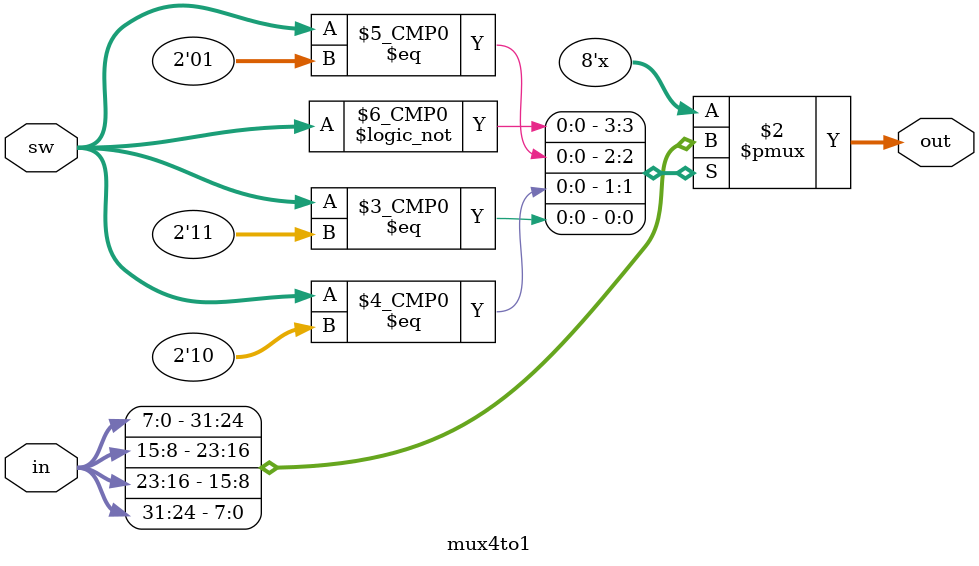
<source format=v>
`timescale 1ns / 1ps
module mux4to1(
	input [31:0] in,
	input [1:0] sw,
	output reg [7:0] out
    );
always @(in,sw)
	case (sw)
		0: out = in[7:0];
		1: out = in[15:8];
		2: out = in[23:16];
		3: out = in[31:24];
		default: out = 8'bx;	
	endcase
endmodule

</source>
